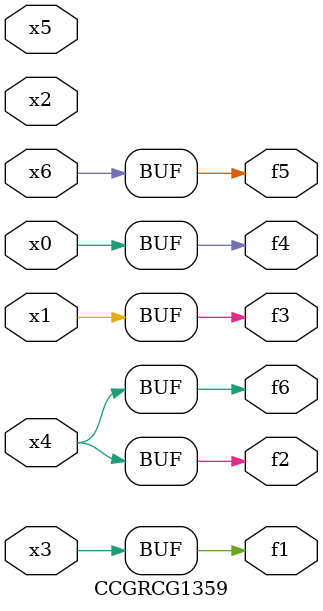
<source format=v>
module CCGRCG1359(
	input x0, x1, x2, x3, x4, x5, x6,
	output f1, f2, f3, f4, f5, f6
);
	assign f1 = x3;
	assign f2 = x4;
	assign f3 = x1;
	assign f4 = x0;
	assign f5 = x6;
	assign f6 = x4;
endmodule

</source>
